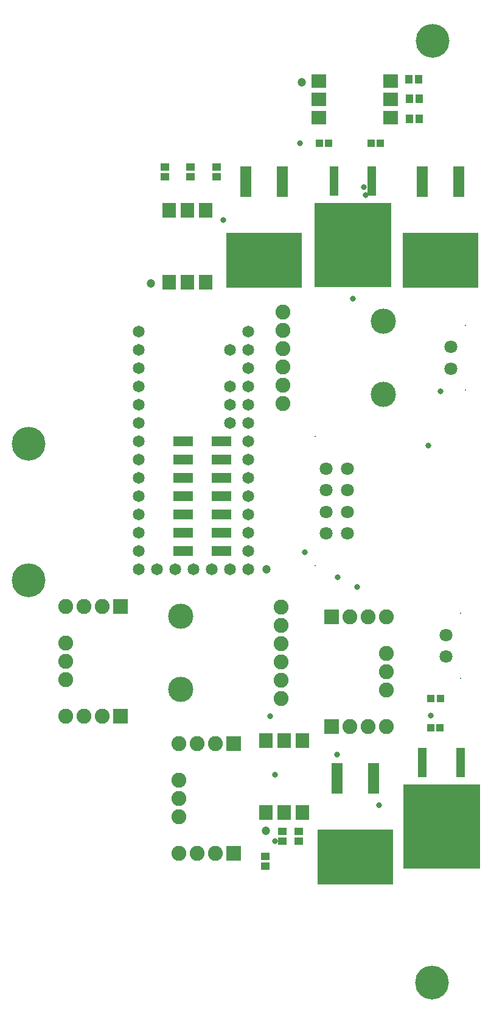
<source format=gts>
G04 Layer_Color=8388736*
%FSLAX44Y44*%
%MOMM*%
G71*
G01*
G75*
%ADD34R,1.0128X1.1144*%
%ADD35R,10.6000X7.6000*%
%ADD36R,1.6000X4.3500*%
%ADD37R,1.1500X1.0000*%
%ADD38R,1.0000X1.1500*%
%ADD39R,1.1906X4.1116*%
%ADD40R,10.6394X11.6554*%
%ADD41R,2.7500X1.3600*%
%ADD42R,1.9800X2.1000*%
%ADD43R,2.1000X1.9800*%
%ADD44C,1.2000*%
%ADD45C,1.8000*%
%ADD46C,0.2000*%
%ADD47C,1.6478*%
%ADD48R,2.0796X2.0796*%
%ADD49C,2.0796*%
%ADD50C,3.5020*%
%ADD51C,4.7000*%
%ADD52C,0.8000*%
D34*
X-226523Y514000D02*
D03*
X-239477D02*
D03*
X-154523D02*
D03*
X-167477D02*
D03*
X-71523Y-298000D02*
D03*
X-84477D02*
D03*
X-71000Y-257000D02*
D03*
X-83954D02*
D03*
D35*
X-316000Y351671D02*
D03*
X-71000D02*
D03*
X-189000Y-477000D02*
D03*
D36*
X-341400Y460671D02*
D03*
X-290600D02*
D03*
X-96400D02*
D03*
X-45600D02*
D03*
X-214400Y-368000D02*
D03*
X-163600D02*
D03*
D37*
X-454000Y467250D02*
D03*
Y480750D02*
D03*
X-419000Y467250D02*
D03*
Y480750D02*
D03*
X-382000Y467250D02*
D03*
Y480750D02*
D03*
X-315000Y-489750D02*
D03*
Y-476250D02*
D03*
X-291000Y-455458D02*
D03*
Y-441958D02*
D03*
X-268000Y-455708D02*
D03*
Y-442207D02*
D03*
D38*
X-114750Y603008D02*
D03*
X-101250D02*
D03*
X-113750Y576007D02*
D03*
X-100250D02*
D03*
X-100500Y548007D02*
D03*
X-114000D02*
D03*
D39*
X-218897Y461773D02*
D03*
X-166097D02*
D03*
X-95843Y-346000D02*
D03*
X-43042D02*
D03*
D40*
X-192497Y373000D02*
D03*
X-69443Y-434773D02*
D03*
D41*
X-429050Y99800D02*
D03*
Y74400D02*
D03*
X-375650Y99800D02*
D03*
Y74400D02*
D03*
Y49000D02*
D03*
Y23600D02*
D03*
Y-1800D02*
D03*
Y-27200D02*
D03*
X-429050Y49000D02*
D03*
Y23600D02*
D03*
Y-1800D02*
D03*
Y-27200D02*
D03*
X-375650Y-52600D02*
D03*
X-429050D02*
D03*
D42*
X-448400Y320957D02*
D03*
X-423000Y420958D02*
D03*
X-397600Y320957D02*
D03*
X-448400Y420958D02*
D03*
X-397600D02*
D03*
X-423000Y320957D02*
D03*
X-314032Y-416000D02*
D03*
X-288631Y-316000D02*
D03*
X-263232Y-416000D02*
D03*
X-314032Y-316000D02*
D03*
X-263232D02*
D03*
X-288631Y-416000D02*
D03*
D43*
X-240000Y600408D02*
D03*
X-140000Y575008D02*
D03*
X-240000Y549608D02*
D03*
X-140000Y600408D02*
D03*
Y549608D02*
D03*
X-240000Y575008D02*
D03*
D44*
X-474000Y319000D02*
D03*
X-314000Y-441000D02*
D03*
X-264000Y599000D02*
D03*
X-313000Y-78000D02*
D03*
D45*
X-230000Y2000D02*
D03*
X-200000D02*
D03*
Y-28000D02*
D03*
X-230000D02*
D03*
Y32000D02*
D03*
X-200000D02*
D03*
Y62000D02*
D03*
X-230000D02*
D03*
X-56000Y201000D02*
D03*
Y231000D02*
D03*
X-63000Y-199000D02*
D03*
Y-169000D02*
D03*
D46*
X-245000Y107000D02*
D03*
Y-73000D02*
D03*
X-36000Y261000D02*
D03*
Y171000D02*
D03*
X-43000Y-139000D02*
D03*
Y-229000D02*
D03*
D47*
X-364000Y125200D02*
D03*
Y150600D02*
D03*
Y176000D02*
D03*
Y226800D02*
D03*
X-338600Y252200D02*
D03*
Y226800D02*
D03*
Y201400D02*
D03*
Y176000D02*
D03*
Y150600D02*
D03*
Y125200D02*
D03*
Y99800D02*
D03*
Y74400D02*
D03*
Y49000D02*
D03*
Y23600D02*
D03*
Y-1800D02*
D03*
Y-27200D02*
D03*
Y-52600D02*
D03*
Y-78000D02*
D03*
X-364000D02*
D03*
X-389400D02*
D03*
X-414800D02*
D03*
X-440200D02*
D03*
X-465600D02*
D03*
X-491000D02*
D03*
Y-52600D02*
D03*
Y-27200D02*
D03*
Y-1800D02*
D03*
Y23600D02*
D03*
Y49000D02*
D03*
Y74400D02*
D03*
Y99800D02*
D03*
Y125200D02*
D03*
Y150600D02*
D03*
Y176000D02*
D03*
Y201400D02*
D03*
Y226800D02*
D03*
Y252200D02*
D03*
D48*
X-222200Y-296200D02*
D03*
Y-143800D02*
D03*
X-515800Y-129200D02*
D03*
Y-281600D02*
D03*
X-359000Y-320000D02*
D03*
Y-472400D02*
D03*
D49*
X-196800Y-296200D02*
D03*
X-171400D02*
D03*
X-146000D02*
D03*
X-196800Y-143800D02*
D03*
X-171400D02*
D03*
X-146000D02*
D03*
Y-245400D02*
D03*
Y-220000D02*
D03*
Y-194600D02*
D03*
X-290150Y279150D02*
D03*
Y253750D02*
D03*
Y228350D02*
D03*
Y202950D02*
D03*
Y177550D02*
D03*
Y152150D02*
D03*
X-541200Y-129200D02*
D03*
X-566600D02*
D03*
X-592000D02*
D03*
X-541200Y-281600D02*
D03*
X-566600D02*
D03*
X-592000D02*
D03*
Y-180000D02*
D03*
Y-205400D02*
D03*
Y-230800D02*
D03*
X-292850Y-257150D02*
D03*
Y-231750D02*
D03*
Y-206350D02*
D03*
Y-180950D02*
D03*
Y-155550D02*
D03*
Y-130150D02*
D03*
X-384400Y-320000D02*
D03*
X-409800D02*
D03*
X-435200D02*
D03*
X-384400Y-472400D02*
D03*
X-409800D02*
D03*
X-435200D02*
D03*
Y-370800D02*
D03*
Y-396200D02*
D03*
Y-421600D02*
D03*
D50*
X-150450Y164850D02*
D03*
Y266450D02*
D03*
X-432550Y-142850D02*
D03*
Y-244450D02*
D03*
D51*
X-644000Y97000D02*
D03*
Y-93000D02*
D03*
X-83000Y-652000D02*
D03*
X-82000Y656000D02*
D03*
D52*
X-213860Y-88382D02*
D03*
X-177792Y452892D02*
D03*
X-301490Y-363464D02*
D03*
Y-455458D02*
D03*
X-266036Y514000D02*
D03*
X-372864Y407172D02*
D03*
X-192497Y297952D02*
D03*
X-214400Y-335016D02*
D03*
X-174998Y441989D02*
D03*
X-87622Y93990D02*
D03*
X-156710Y-405120D02*
D03*
X-84477Y-280563D02*
D03*
X-259326Y-54092D02*
D03*
X-187190Y-102410D02*
D03*
X-307764Y-281600D02*
D03*
X-70858Y169174D02*
D03*
M02*

</source>
